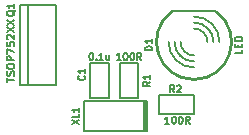
<source format=gto>
G04 #@! TF.FileFunction,Legend,Top*
%FSLAX46Y46*%
G04 Gerber Fmt 4.6, Leading zero omitted, Abs format (unit mm)*
G04 Created by KiCad (PCBNEW (2015-08-16 BZR 6097, Git b384c94)-product) date 18/01/2016 23:47:46*
%MOMM*%
G01*
G04 APERTURE LIST*
%ADD10C,0.100000*%
%ADD11C,0.150000*%
%ADD12C,0.203200*%
%ADD13C,0.254000*%
%ADD14C,0.152400*%
%ADD15C,0.149860*%
G04 APERTURE END LIST*
D10*
D11*
X169000000Y-123000000D02*
X168200000Y-123000000D01*
X168200000Y-123000000D02*
X168200000Y-120000000D01*
X168200000Y-120000000D02*
X169800000Y-120000000D01*
X169800000Y-120000000D02*
X169800000Y-123000000D01*
X169800000Y-123000000D02*
X169000000Y-123000000D01*
D12*
X178905000Y-115655200D02*
X175095000Y-115655200D01*
D13*
X175092332Y-115708003D02*
G75*
G03X178905000Y-115706000I1907668J-2537997D01*
G01*
D14*
X175857000Y-118246000D02*
G75*
G03X177000000Y-119389000I1143000J0D01*
G01*
X178143000Y-118246000D02*
G75*
G03X177000000Y-117103000I-1143000J0D01*
G01*
X175349000Y-118246000D02*
G75*
G03X177000000Y-119897000I1651000J0D01*
G01*
X178651000Y-118246000D02*
G75*
G03X177000000Y-116595000I-1651000J0D01*
G01*
X174841000Y-118246000D02*
G75*
G03X177000000Y-120405000I2159000J0D01*
G01*
X179159000Y-118246000D02*
G75*
G03X177000000Y-116087000I-2159000J0D01*
G01*
D15*
X162299980Y-121901060D02*
X165299720Y-121901060D01*
X162299980Y-121901060D02*
X162299980Y-115098940D01*
X162299980Y-115098940D02*
X163001020Y-115098940D01*
X162950220Y-121901060D02*
X162950220Y-115098940D01*
X163001020Y-115098940D02*
X165050800Y-115098940D01*
X165050800Y-115098940D02*
X165299720Y-115098940D01*
X165299720Y-115098940D02*
X165299720Y-121901060D01*
D11*
X171500000Y-123000000D02*
X170700000Y-123000000D01*
X170700000Y-123000000D02*
X170700000Y-120000000D01*
X170700000Y-120000000D02*
X172300000Y-120000000D01*
X172300000Y-120000000D02*
X172300000Y-123000000D01*
X172300000Y-123000000D02*
X171500000Y-123000000D01*
X174000000Y-123500000D02*
X174000000Y-122700000D01*
X174000000Y-122700000D02*
X177000000Y-122700000D01*
X177000000Y-122700000D02*
X177000000Y-124300000D01*
X177000000Y-124300000D02*
X174000000Y-124300000D01*
X174000000Y-124300000D02*
X174000000Y-123500000D01*
X167690000Y-123230000D02*
X172770000Y-123230000D01*
X167690000Y-125770000D02*
X172770000Y-125770000D01*
X172897000Y-123230000D02*
X172770000Y-123230000D01*
X172770000Y-125770000D02*
X173024000Y-125770000D01*
X173024000Y-125770000D02*
X173024000Y-123230000D01*
X173024000Y-123230000D02*
X172897000Y-123230000D01*
X172897000Y-123230000D02*
X172897000Y-125643000D01*
X167690000Y-125770000D02*
X167690000Y-123230000D01*
X172770000Y-123230000D02*
X172770000Y-125770000D01*
X167714286Y-121100000D02*
X167742857Y-121128571D01*
X167771429Y-121214285D01*
X167771429Y-121271428D01*
X167742857Y-121357143D01*
X167685714Y-121414285D01*
X167628571Y-121442857D01*
X167514286Y-121471428D01*
X167428571Y-121471428D01*
X167314286Y-121442857D01*
X167257143Y-121414285D01*
X167200000Y-121357143D01*
X167171429Y-121271428D01*
X167171429Y-121214285D01*
X167200000Y-121128571D01*
X167228571Y-121100000D01*
X167771429Y-120528571D02*
X167771429Y-120871428D01*
X167771429Y-120700000D02*
X167171429Y-120700000D01*
X167257143Y-120757143D01*
X167314286Y-120814285D01*
X167342857Y-120871428D01*
X168271429Y-119171429D02*
X168328572Y-119171429D01*
X168385715Y-119200000D01*
X168414286Y-119228571D01*
X168442857Y-119285714D01*
X168471429Y-119400000D01*
X168471429Y-119542857D01*
X168442857Y-119657143D01*
X168414286Y-119714286D01*
X168385715Y-119742857D01*
X168328572Y-119771429D01*
X168271429Y-119771429D01*
X168214286Y-119742857D01*
X168185715Y-119714286D01*
X168157143Y-119657143D01*
X168128572Y-119542857D01*
X168128572Y-119400000D01*
X168157143Y-119285714D01*
X168185715Y-119228571D01*
X168214286Y-119200000D01*
X168271429Y-119171429D01*
X168728572Y-119714286D02*
X168757144Y-119742857D01*
X168728572Y-119771429D01*
X168700001Y-119742857D01*
X168728572Y-119714286D01*
X168728572Y-119771429D01*
X169328572Y-119771429D02*
X168985715Y-119771429D01*
X169157143Y-119771429D02*
X169157143Y-119171429D01*
X169100000Y-119257143D01*
X169042858Y-119314286D01*
X168985715Y-119342857D01*
X169842858Y-119371429D02*
X169842858Y-119771429D01*
X169585715Y-119371429D02*
X169585715Y-119685714D01*
X169614287Y-119742857D01*
X169671429Y-119771429D01*
X169757144Y-119771429D01*
X169814287Y-119742857D01*
X169842858Y-119714286D01*
X173461429Y-118942857D02*
X172861429Y-118942857D01*
X172861429Y-118800000D01*
X172890000Y-118714285D01*
X172947143Y-118657143D01*
X173004286Y-118628571D01*
X173118571Y-118600000D01*
X173204286Y-118600000D01*
X173318571Y-118628571D01*
X173375714Y-118657143D01*
X173432857Y-118714285D01*
X173461429Y-118800000D01*
X173461429Y-118942857D01*
X173461429Y-118028571D02*
X173461429Y-118371428D01*
X173461429Y-118200000D02*
X172861429Y-118200000D01*
X172947143Y-118257143D01*
X173004286Y-118314285D01*
X173032857Y-118371428D01*
D15*
X181081175Y-118885354D02*
X181081175Y-119170801D01*
X180481735Y-119170801D01*
X180767183Y-118685540D02*
X180767183Y-118485727D01*
X181081175Y-118400093D02*
X181081175Y-118685540D01*
X180481735Y-118685540D01*
X180481735Y-118400093D01*
X181081175Y-118143190D02*
X180481735Y-118143190D01*
X180481735Y-118000466D01*
X180510280Y-117914832D01*
X180567370Y-117857743D01*
X180624459Y-117829198D01*
X180738638Y-117800653D01*
X180824272Y-117800653D01*
X180938451Y-117829198D01*
X180995541Y-117857743D01*
X181052630Y-117914832D01*
X181081175Y-118000466D01*
X181081175Y-118143190D01*
X161847738Y-115560476D02*
X161817500Y-115620952D01*
X161757024Y-115681429D01*
X161666310Y-115772143D01*
X161636071Y-115832619D01*
X161636071Y-115893095D01*
X161787262Y-115862857D02*
X161757024Y-115923333D01*
X161696548Y-115983810D01*
X161575595Y-116014048D01*
X161363929Y-116014048D01*
X161242976Y-115983810D01*
X161182500Y-115923333D01*
X161152262Y-115862857D01*
X161152262Y-115741905D01*
X161182500Y-115681429D01*
X161242976Y-115620952D01*
X161363929Y-115590714D01*
X161575595Y-115590714D01*
X161696548Y-115620952D01*
X161757024Y-115681429D01*
X161787262Y-115741905D01*
X161787262Y-115862857D01*
X161787262Y-114985952D02*
X161787262Y-115348810D01*
X161787262Y-115167381D02*
X161152262Y-115167381D01*
X161242976Y-115227857D01*
X161303452Y-115288333D01*
X161333690Y-115348810D01*
X161152262Y-121645834D02*
X161152262Y-121282977D01*
X161787262Y-121464405D02*
X161152262Y-121464405D01*
X161757024Y-121101548D02*
X161787262Y-121010833D01*
X161787262Y-120859643D01*
X161757024Y-120799167D01*
X161726786Y-120768929D01*
X161666310Y-120738690D01*
X161605833Y-120738690D01*
X161545357Y-120768929D01*
X161515119Y-120799167D01*
X161484881Y-120859643D01*
X161454643Y-120980595D01*
X161424405Y-121041071D01*
X161394167Y-121071310D01*
X161333690Y-121101548D01*
X161273214Y-121101548D01*
X161212738Y-121071310D01*
X161182500Y-121041071D01*
X161152262Y-120980595D01*
X161152262Y-120829405D01*
X161182500Y-120738690D01*
X161152262Y-120345595D02*
X161152262Y-120224643D01*
X161182500Y-120164167D01*
X161242976Y-120103690D01*
X161363929Y-120073452D01*
X161575595Y-120073452D01*
X161696548Y-120103690D01*
X161757024Y-120164167D01*
X161787262Y-120224643D01*
X161787262Y-120345595D01*
X161757024Y-120406071D01*
X161696548Y-120466548D01*
X161575595Y-120496786D01*
X161363929Y-120496786D01*
X161242976Y-120466548D01*
X161182500Y-120406071D01*
X161152262Y-120345595D01*
X161787262Y-119801310D02*
X161152262Y-119801310D01*
X161152262Y-119559405D01*
X161182500Y-119498929D01*
X161212738Y-119468690D01*
X161273214Y-119438452D01*
X161363929Y-119438452D01*
X161424405Y-119468690D01*
X161454643Y-119498929D01*
X161484881Y-119559405D01*
X161484881Y-119801310D01*
X161152262Y-119226786D02*
X161152262Y-118803452D01*
X161787262Y-119075595D01*
X161152262Y-118259167D02*
X161152262Y-118561548D01*
X161454643Y-118591786D01*
X161424405Y-118561548D01*
X161394167Y-118501071D01*
X161394167Y-118349881D01*
X161424405Y-118289405D01*
X161454643Y-118259167D01*
X161515119Y-118228928D01*
X161666310Y-118228928D01*
X161726786Y-118259167D01*
X161757024Y-118289405D01*
X161787262Y-118349881D01*
X161787262Y-118501071D01*
X161757024Y-118561548D01*
X161726786Y-118591786D01*
X161212738Y-117987024D02*
X161182500Y-117956786D01*
X161152262Y-117896309D01*
X161152262Y-117745119D01*
X161182500Y-117684643D01*
X161212738Y-117654405D01*
X161273214Y-117624166D01*
X161333690Y-117624166D01*
X161424405Y-117654405D01*
X161787262Y-118017262D01*
X161787262Y-117624166D01*
X161152262Y-117412500D02*
X161787262Y-116989166D01*
X161152262Y-116989166D02*
X161787262Y-117412500D01*
X161152262Y-116807738D02*
X161787262Y-116384404D01*
X161152262Y-116384404D02*
X161787262Y-116807738D01*
D11*
X173271429Y-121600000D02*
X172985714Y-121800000D01*
X173271429Y-121942857D02*
X172671429Y-121942857D01*
X172671429Y-121714285D01*
X172700000Y-121657143D01*
X172728571Y-121628571D01*
X172785714Y-121600000D01*
X172871429Y-121600000D01*
X172928571Y-121628571D01*
X172957143Y-121657143D01*
X172985714Y-121714285D01*
X172985714Y-121942857D01*
X173271429Y-121028571D02*
X173271429Y-121371428D01*
X173271429Y-121200000D02*
X172671429Y-121200000D01*
X172757143Y-121257143D01*
X172814286Y-121314285D01*
X172842857Y-121371428D01*
X170800000Y-119771429D02*
X170457143Y-119771429D01*
X170628571Y-119771429D02*
X170628571Y-119171429D01*
X170571428Y-119257143D01*
X170514286Y-119314286D01*
X170457143Y-119342857D01*
X171171429Y-119171429D02*
X171228572Y-119171429D01*
X171285715Y-119200000D01*
X171314286Y-119228571D01*
X171342857Y-119285714D01*
X171371429Y-119400000D01*
X171371429Y-119542857D01*
X171342857Y-119657143D01*
X171314286Y-119714286D01*
X171285715Y-119742857D01*
X171228572Y-119771429D01*
X171171429Y-119771429D01*
X171114286Y-119742857D01*
X171085715Y-119714286D01*
X171057143Y-119657143D01*
X171028572Y-119542857D01*
X171028572Y-119400000D01*
X171057143Y-119285714D01*
X171085715Y-119228571D01*
X171114286Y-119200000D01*
X171171429Y-119171429D01*
X171742858Y-119171429D02*
X171800001Y-119171429D01*
X171857144Y-119200000D01*
X171885715Y-119228571D01*
X171914286Y-119285714D01*
X171942858Y-119400000D01*
X171942858Y-119542857D01*
X171914286Y-119657143D01*
X171885715Y-119714286D01*
X171857144Y-119742857D01*
X171800001Y-119771429D01*
X171742858Y-119771429D01*
X171685715Y-119742857D01*
X171657144Y-119714286D01*
X171628572Y-119657143D01*
X171600001Y-119542857D01*
X171600001Y-119400000D01*
X171628572Y-119285714D01*
X171657144Y-119228571D01*
X171685715Y-119200000D01*
X171742858Y-119171429D01*
X172542858Y-119771429D02*
X172342858Y-119485714D01*
X172200001Y-119771429D02*
X172200001Y-119171429D01*
X172428573Y-119171429D01*
X172485715Y-119200000D01*
X172514287Y-119228571D01*
X172542858Y-119285714D01*
X172542858Y-119371429D01*
X172514287Y-119428571D01*
X172485715Y-119457143D01*
X172428573Y-119485714D01*
X172200001Y-119485714D01*
X175336500Y-122501429D02*
X175136500Y-122215714D01*
X174993643Y-122501429D02*
X174993643Y-121901429D01*
X175222215Y-121901429D01*
X175279357Y-121930000D01*
X175307929Y-121958571D01*
X175336500Y-122015714D01*
X175336500Y-122101429D01*
X175307929Y-122158571D01*
X175279357Y-122187143D01*
X175222215Y-122215714D01*
X174993643Y-122215714D01*
X175565072Y-121958571D02*
X175593643Y-121930000D01*
X175650786Y-121901429D01*
X175793643Y-121901429D01*
X175850786Y-121930000D01*
X175879357Y-121958571D01*
X175907929Y-122015714D01*
X175907929Y-122072857D01*
X175879357Y-122158571D01*
X175536500Y-122501429D01*
X175907929Y-122501429D01*
X174899060Y-125170969D02*
X174556203Y-125170969D01*
X174727631Y-125170969D02*
X174727631Y-124570969D01*
X174670488Y-124656683D01*
X174613346Y-124713826D01*
X174556203Y-124742397D01*
X175270489Y-124570969D02*
X175327632Y-124570969D01*
X175384775Y-124599540D01*
X175413346Y-124628111D01*
X175441917Y-124685254D01*
X175470489Y-124799540D01*
X175470489Y-124942397D01*
X175441917Y-125056683D01*
X175413346Y-125113826D01*
X175384775Y-125142397D01*
X175327632Y-125170969D01*
X175270489Y-125170969D01*
X175213346Y-125142397D01*
X175184775Y-125113826D01*
X175156203Y-125056683D01*
X175127632Y-124942397D01*
X175127632Y-124799540D01*
X175156203Y-124685254D01*
X175184775Y-124628111D01*
X175213346Y-124599540D01*
X175270489Y-124570969D01*
X175841918Y-124570969D02*
X175899061Y-124570969D01*
X175956204Y-124599540D01*
X175984775Y-124628111D01*
X176013346Y-124685254D01*
X176041918Y-124799540D01*
X176041918Y-124942397D01*
X176013346Y-125056683D01*
X175984775Y-125113826D01*
X175956204Y-125142397D01*
X175899061Y-125170969D01*
X175841918Y-125170969D01*
X175784775Y-125142397D01*
X175756204Y-125113826D01*
X175727632Y-125056683D01*
X175699061Y-124942397D01*
X175699061Y-124799540D01*
X175727632Y-124685254D01*
X175756204Y-124628111D01*
X175784775Y-124599540D01*
X175841918Y-124570969D01*
X176641918Y-125170969D02*
X176441918Y-124885254D01*
X176299061Y-125170969D02*
X176299061Y-124570969D01*
X176527633Y-124570969D01*
X176584775Y-124599540D01*
X176613347Y-124628111D01*
X176641918Y-124685254D01*
X176641918Y-124770969D01*
X176613347Y-124828111D01*
X176584775Y-124856683D01*
X176527633Y-124885254D01*
X176299061Y-124885254D01*
X166671429Y-125228572D02*
X167271429Y-124828572D01*
X166671429Y-124828572D02*
X167271429Y-125228572D01*
X167271429Y-124314286D02*
X167271429Y-124600000D01*
X166671429Y-124600000D01*
X167271429Y-123800000D02*
X167271429Y-124142857D01*
X167271429Y-123971429D02*
X166671429Y-123971429D01*
X166757143Y-124028572D01*
X166814286Y-124085714D01*
X166842857Y-124142857D01*
M02*

</source>
